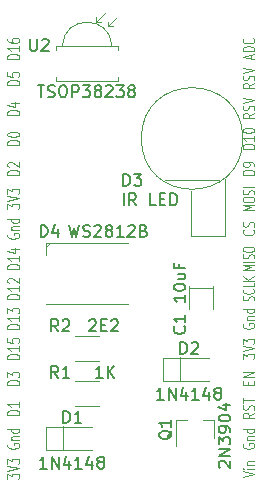
<source format=gto>
G04 #@! TF.FileFunction,Legend,Top*
%FSLAX46Y46*%
G04 Gerber Fmt 4.6, Leading zero omitted, Abs format (unit mm)*
G04 Created by KiCad (PCBNEW 4.0.7) date 03/30/18 23:46:17*
%MOMM*%
%LPD*%
G01*
G04 APERTURE LIST*
%ADD10C,0.100000*%
%ADD11C,0.120000*%
%ADD12C,0.150000*%
G04 APERTURE END LIST*
D10*
X151384000Y-115316000D02*
X155956000Y-115316000D01*
X153416000Y-124460000D02*
X155448000Y-124460000D01*
X152654000Y-130302000D02*
X152654000Y-132334000D01*
X142748000Y-136144000D02*
X142748000Y-138176000D01*
X141668500Y-120586500D02*
X141287500Y-120967500D01*
D11*
X141260000Y-136160000D02*
X141260000Y-138160000D01*
X141260000Y-138160000D02*
X145160000Y-138160000D01*
X141260000Y-136160000D02*
X145160000Y-136160000D01*
X151166000Y-130318000D02*
X151166000Y-132318000D01*
X151166000Y-132318000D02*
X155066000Y-132318000D01*
X151166000Y-130318000D02*
X155066000Y-130318000D01*
X156464000Y-120015000D02*
X156464000Y-115189000D01*
X153543000Y-120015000D02*
X156464000Y-120015000D01*
X153543000Y-116205000D02*
X153543000Y-120015000D01*
X157970000Y-111760000D02*
G75*
G03X157970000Y-111760000I-4300000J0D01*
G01*
X148280000Y-125790000D02*
X141280000Y-125790000D01*
X148280000Y-120590000D02*
X141280000Y-120590000D01*
X141280000Y-120590000D02*
X141280000Y-121590000D01*
X155504000Y-135638000D02*
X154574000Y-135638000D01*
X152344000Y-135638000D02*
X153274000Y-135638000D01*
X152344000Y-135638000D02*
X152344000Y-137798000D01*
X155504000Y-135638000D02*
X155504000Y-137098000D01*
X145780000Y-134420000D02*
X143780000Y-134420000D01*
X143780000Y-132280000D02*
X145780000Y-132280000D01*
X145780000Y-130610000D02*
X143780000Y-130610000D01*
X143780000Y-128470000D02*
X145780000Y-128470000D01*
X142180000Y-106570000D02*
X142180000Y-106910000D01*
X142180000Y-106910000D02*
X147380000Y-106910000D01*
X147380000Y-106910000D02*
X147380000Y-106570000D01*
X142180000Y-104250000D02*
X142180000Y-103910000D01*
X142180000Y-103910000D02*
X147380000Y-103910000D01*
X147380000Y-103910000D02*
X147380000Y-104250000D01*
X146550000Y-102260000D02*
X146950000Y-102260000D01*
X146550000Y-102260000D02*
X146550000Y-101860000D01*
X146550000Y-102260000D02*
X147350000Y-101460000D01*
X145550000Y-101860000D02*
X146350000Y-101060000D01*
X145550000Y-101860000D02*
X145550000Y-101460000D01*
X145550000Y-101860000D02*
X145950000Y-101860000D01*
X146879917Y-103908264D02*
G75*
G03X142680000Y-103910000I-2099917J-101736D01*
G01*
X155452000Y-126222000D02*
X155452000Y-124222000D01*
X153412000Y-124222000D02*
X153412000Y-126222000D01*
D12*
X142771905Y-135834381D02*
X142771905Y-134834381D01*
X143010000Y-134834381D01*
X143152858Y-134882000D01*
X143248096Y-134977238D01*
X143295715Y-135072476D01*
X143343334Y-135262952D01*
X143343334Y-135405810D01*
X143295715Y-135596286D01*
X143248096Y-135691524D01*
X143152858Y-135786762D01*
X143010000Y-135834381D01*
X142771905Y-135834381D01*
X144295715Y-135834381D02*
X143724286Y-135834381D01*
X144010000Y-135834381D02*
X144010000Y-134834381D01*
X143914762Y-134977238D01*
X143819524Y-135072476D01*
X143724286Y-135120095D01*
X141367143Y-139712381D02*
X140795714Y-139712381D01*
X141081428Y-139712381D02*
X141081428Y-138712381D01*
X140986190Y-138855238D01*
X140890952Y-138950476D01*
X140795714Y-138998095D01*
X141795714Y-139712381D02*
X141795714Y-138712381D01*
X142367143Y-139712381D01*
X142367143Y-138712381D01*
X143271905Y-139045714D02*
X143271905Y-139712381D01*
X143033809Y-138664762D02*
X142795714Y-139379048D01*
X143414762Y-139379048D01*
X144319524Y-139712381D02*
X143748095Y-139712381D01*
X144033809Y-139712381D02*
X144033809Y-138712381D01*
X143938571Y-138855238D01*
X143843333Y-138950476D01*
X143748095Y-138998095D01*
X145176667Y-139045714D02*
X145176667Y-139712381D01*
X144938571Y-138664762D02*
X144700476Y-139379048D01*
X145319524Y-139379048D01*
X145843333Y-139140952D02*
X145748095Y-139093333D01*
X145700476Y-139045714D01*
X145652857Y-138950476D01*
X145652857Y-138902857D01*
X145700476Y-138807619D01*
X145748095Y-138760000D01*
X145843333Y-138712381D01*
X146033810Y-138712381D01*
X146129048Y-138760000D01*
X146176667Y-138807619D01*
X146224286Y-138902857D01*
X146224286Y-138950476D01*
X146176667Y-139045714D01*
X146129048Y-139093333D01*
X146033810Y-139140952D01*
X145843333Y-139140952D01*
X145748095Y-139188571D01*
X145700476Y-139236190D01*
X145652857Y-139331429D01*
X145652857Y-139521905D01*
X145700476Y-139617143D01*
X145748095Y-139664762D01*
X145843333Y-139712381D01*
X146033810Y-139712381D01*
X146129048Y-139664762D01*
X146176667Y-139617143D01*
X146224286Y-139521905D01*
X146224286Y-139331429D01*
X146176667Y-139236190D01*
X146129048Y-139188571D01*
X146033810Y-139140952D01*
X152677905Y-129992381D02*
X152677905Y-128992381D01*
X152916000Y-128992381D01*
X153058858Y-129040000D01*
X153154096Y-129135238D01*
X153201715Y-129230476D01*
X153249334Y-129420952D01*
X153249334Y-129563810D01*
X153201715Y-129754286D01*
X153154096Y-129849524D01*
X153058858Y-129944762D01*
X152916000Y-129992381D01*
X152677905Y-129992381D01*
X153630286Y-129087619D02*
X153677905Y-129040000D01*
X153773143Y-128992381D01*
X154011239Y-128992381D01*
X154106477Y-129040000D01*
X154154096Y-129087619D01*
X154201715Y-129182857D01*
X154201715Y-129278095D01*
X154154096Y-129420952D01*
X153582667Y-129992381D01*
X154201715Y-129992381D01*
X151273143Y-133870381D02*
X150701714Y-133870381D01*
X150987428Y-133870381D02*
X150987428Y-132870381D01*
X150892190Y-133013238D01*
X150796952Y-133108476D01*
X150701714Y-133156095D01*
X151701714Y-133870381D02*
X151701714Y-132870381D01*
X152273143Y-133870381D01*
X152273143Y-132870381D01*
X153177905Y-133203714D02*
X153177905Y-133870381D01*
X152939809Y-132822762D02*
X152701714Y-133537048D01*
X153320762Y-133537048D01*
X154225524Y-133870381D02*
X153654095Y-133870381D01*
X153939809Y-133870381D02*
X153939809Y-132870381D01*
X153844571Y-133013238D01*
X153749333Y-133108476D01*
X153654095Y-133156095D01*
X155082667Y-133203714D02*
X155082667Y-133870381D01*
X154844571Y-132822762D02*
X154606476Y-133537048D01*
X155225524Y-133537048D01*
X155749333Y-133298952D02*
X155654095Y-133251333D01*
X155606476Y-133203714D01*
X155558857Y-133108476D01*
X155558857Y-133060857D01*
X155606476Y-132965619D01*
X155654095Y-132918000D01*
X155749333Y-132870381D01*
X155939810Y-132870381D01*
X156035048Y-132918000D01*
X156082667Y-132965619D01*
X156130286Y-133060857D01*
X156130286Y-133108476D01*
X156082667Y-133203714D01*
X156035048Y-133251333D01*
X155939810Y-133298952D01*
X155749333Y-133298952D01*
X155654095Y-133346571D01*
X155606476Y-133394190D01*
X155558857Y-133489429D01*
X155558857Y-133679905D01*
X155606476Y-133775143D01*
X155654095Y-133822762D01*
X155749333Y-133870381D01*
X155939810Y-133870381D01*
X156035048Y-133822762D01*
X156082667Y-133775143D01*
X156130286Y-133679905D01*
X156130286Y-133489429D01*
X156082667Y-133394190D01*
X156035048Y-133346571D01*
X155939810Y-133298952D01*
X147851905Y-115768381D02*
X147851905Y-114768381D01*
X148090000Y-114768381D01*
X148232858Y-114816000D01*
X148328096Y-114911238D01*
X148375715Y-115006476D01*
X148423334Y-115196952D01*
X148423334Y-115339810D01*
X148375715Y-115530286D01*
X148328096Y-115625524D01*
X148232858Y-115720762D01*
X148090000Y-115768381D01*
X147851905Y-115768381D01*
X148756667Y-114768381D02*
X149375715Y-114768381D01*
X149042381Y-115149333D01*
X149185239Y-115149333D01*
X149280477Y-115196952D01*
X149328096Y-115244571D01*
X149375715Y-115339810D01*
X149375715Y-115577905D01*
X149328096Y-115673143D01*
X149280477Y-115720762D01*
X149185239Y-115768381D01*
X148899524Y-115768381D01*
X148804286Y-115720762D01*
X148756667Y-115673143D01*
X147875905Y-117419381D02*
X147875905Y-116419381D01*
X148923524Y-117419381D02*
X148590190Y-116943190D01*
X148352095Y-117419381D02*
X148352095Y-116419381D01*
X148733048Y-116419381D01*
X148828286Y-116467000D01*
X148875905Y-116514619D01*
X148923524Y-116609857D01*
X148923524Y-116752714D01*
X148875905Y-116847952D01*
X148828286Y-116895571D01*
X148733048Y-116943190D01*
X148352095Y-116943190D01*
X150590191Y-117419381D02*
X150114000Y-117419381D01*
X150114000Y-116419381D01*
X150923524Y-116895571D02*
X151256858Y-116895571D01*
X151399715Y-117419381D02*
X150923524Y-117419381D01*
X150923524Y-116419381D01*
X151399715Y-116419381D01*
X151828286Y-117419381D02*
X151828286Y-116419381D01*
X152066381Y-116419381D01*
X152209239Y-116467000D01*
X152304477Y-116562238D01*
X152352096Y-116657476D01*
X152399715Y-116847952D01*
X152399715Y-116990810D01*
X152352096Y-117181286D01*
X152304477Y-117276524D01*
X152209239Y-117371762D01*
X152066381Y-117419381D01*
X151828286Y-117419381D01*
X140866905Y-120086381D02*
X140866905Y-119086381D01*
X141105000Y-119086381D01*
X141247858Y-119134000D01*
X141343096Y-119229238D01*
X141390715Y-119324476D01*
X141438334Y-119514952D01*
X141438334Y-119657810D01*
X141390715Y-119848286D01*
X141343096Y-119943524D01*
X141247858Y-120038762D01*
X141105000Y-120086381D01*
X140866905Y-120086381D01*
X142295477Y-119419714D02*
X142295477Y-120086381D01*
X142057381Y-119038762D02*
X141819286Y-119753048D01*
X142438334Y-119753048D01*
X143248476Y-119086381D02*
X143486571Y-120086381D01*
X143677048Y-119372095D01*
X143867524Y-120086381D01*
X144105619Y-119086381D01*
X144438952Y-120038762D02*
X144581809Y-120086381D01*
X144819905Y-120086381D01*
X144915143Y-120038762D01*
X144962762Y-119991143D01*
X145010381Y-119895905D01*
X145010381Y-119800667D01*
X144962762Y-119705429D01*
X144915143Y-119657810D01*
X144819905Y-119610190D01*
X144629428Y-119562571D01*
X144534190Y-119514952D01*
X144486571Y-119467333D01*
X144438952Y-119372095D01*
X144438952Y-119276857D01*
X144486571Y-119181619D01*
X144534190Y-119134000D01*
X144629428Y-119086381D01*
X144867524Y-119086381D01*
X145010381Y-119134000D01*
X145391333Y-119181619D02*
X145438952Y-119134000D01*
X145534190Y-119086381D01*
X145772286Y-119086381D01*
X145867524Y-119134000D01*
X145915143Y-119181619D01*
X145962762Y-119276857D01*
X145962762Y-119372095D01*
X145915143Y-119514952D01*
X145343714Y-120086381D01*
X145962762Y-120086381D01*
X146534190Y-119514952D02*
X146438952Y-119467333D01*
X146391333Y-119419714D01*
X146343714Y-119324476D01*
X146343714Y-119276857D01*
X146391333Y-119181619D01*
X146438952Y-119134000D01*
X146534190Y-119086381D01*
X146724667Y-119086381D01*
X146819905Y-119134000D01*
X146867524Y-119181619D01*
X146915143Y-119276857D01*
X146915143Y-119324476D01*
X146867524Y-119419714D01*
X146819905Y-119467333D01*
X146724667Y-119514952D01*
X146534190Y-119514952D01*
X146438952Y-119562571D01*
X146391333Y-119610190D01*
X146343714Y-119705429D01*
X146343714Y-119895905D01*
X146391333Y-119991143D01*
X146438952Y-120038762D01*
X146534190Y-120086381D01*
X146724667Y-120086381D01*
X146819905Y-120038762D01*
X146867524Y-119991143D01*
X146915143Y-119895905D01*
X146915143Y-119705429D01*
X146867524Y-119610190D01*
X146819905Y-119562571D01*
X146724667Y-119514952D01*
X147867524Y-120086381D02*
X147296095Y-120086381D01*
X147581809Y-120086381D02*
X147581809Y-119086381D01*
X147486571Y-119229238D01*
X147391333Y-119324476D01*
X147296095Y-119372095D01*
X148248476Y-119181619D02*
X148296095Y-119134000D01*
X148391333Y-119086381D01*
X148629429Y-119086381D01*
X148724667Y-119134000D01*
X148772286Y-119181619D01*
X148819905Y-119276857D01*
X148819905Y-119372095D01*
X148772286Y-119514952D01*
X148200857Y-120086381D01*
X148819905Y-120086381D01*
X149581810Y-119562571D02*
X149724667Y-119610190D01*
X149772286Y-119657810D01*
X149819905Y-119753048D01*
X149819905Y-119895905D01*
X149772286Y-119991143D01*
X149724667Y-120038762D01*
X149629429Y-120086381D01*
X149248476Y-120086381D01*
X149248476Y-119086381D01*
X149581810Y-119086381D01*
X149677048Y-119134000D01*
X149724667Y-119181619D01*
X149772286Y-119276857D01*
X149772286Y-119372095D01*
X149724667Y-119467333D01*
X149677048Y-119514952D01*
X149581810Y-119562571D01*
X149248476Y-119562571D01*
X151971619Y-136493238D02*
X151924000Y-136588476D01*
X151828762Y-136683714D01*
X151685905Y-136826571D01*
X151638286Y-136921810D01*
X151638286Y-137017048D01*
X151876381Y-136969429D02*
X151828762Y-137064667D01*
X151733524Y-137159905D01*
X151543048Y-137207524D01*
X151209714Y-137207524D01*
X151019238Y-137159905D01*
X150924000Y-137064667D01*
X150876381Y-136969429D01*
X150876381Y-136778952D01*
X150924000Y-136683714D01*
X151019238Y-136588476D01*
X151209714Y-136540857D01*
X151543048Y-136540857D01*
X151733524Y-136588476D01*
X151828762Y-136683714D01*
X151876381Y-136778952D01*
X151876381Y-136969429D01*
X151876381Y-135588476D02*
X151876381Y-136159905D01*
X151876381Y-135874191D02*
X150876381Y-135874191D01*
X151019238Y-135969429D01*
X151114476Y-136064667D01*
X151162095Y-136159905D01*
X156011619Y-139620286D02*
X155964000Y-139572667D01*
X155916381Y-139477429D01*
X155916381Y-139239333D01*
X155964000Y-139144095D01*
X156011619Y-139096476D01*
X156106857Y-139048857D01*
X156202095Y-139048857D01*
X156344952Y-139096476D01*
X156916381Y-139667905D01*
X156916381Y-139048857D01*
X156916381Y-138620286D02*
X155916381Y-138620286D01*
X156916381Y-138048857D01*
X155916381Y-138048857D01*
X155916381Y-137667905D02*
X155916381Y-137048857D01*
X156297333Y-137382191D01*
X156297333Y-137239333D01*
X156344952Y-137144095D01*
X156392571Y-137096476D01*
X156487810Y-137048857D01*
X156725905Y-137048857D01*
X156821143Y-137096476D01*
X156868762Y-137144095D01*
X156916381Y-137239333D01*
X156916381Y-137525048D01*
X156868762Y-137620286D01*
X156821143Y-137667905D01*
X156916381Y-136572667D02*
X156916381Y-136382191D01*
X156868762Y-136286952D01*
X156821143Y-136239333D01*
X156678286Y-136144095D01*
X156487810Y-136096476D01*
X156106857Y-136096476D01*
X156011619Y-136144095D01*
X155964000Y-136191714D01*
X155916381Y-136286952D01*
X155916381Y-136477429D01*
X155964000Y-136572667D01*
X156011619Y-136620286D01*
X156106857Y-136667905D01*
X156344952Y-136667905D01*
X156440190Y-136620286D01*
X156487810Y-136572667D01*
X156535429Y-136477429D01*
X156535429Y-136286952D01*
X156487810Y-136191714D01*
X156440190Y-136144095D01*
X156344952Y-136096476D01*
X155916381Y-135477429D02*
X155916381Y-135382190D01*
X155964000Y-135286952D01*
X156011619Y-135239333D01*
X156106857Y-135191714D01*
X156297333Y-135144095D01*
X156535429Y-135144095D01*
X156725905Y-135191714D01*
X156821143Y-135239333D01*
X156868762Y-135286952D01*
X156916381Y-135382190D01*
X156916381Y-135477429D01*
X156868762Y-135572667D01*
X156821143Y-135620286D01*
X156725905Y-135667905D01*
X156535429Y-135715524D01*
X156297333Y-135715524D01*
X156106857Y-135667905D01*
X156011619Y-135620286D01*
X155964000Y-135572667D01*
X155916381Y-135477429D01*
X156249714Y-134286952D02*
X156916381Y-134286952D01*
X155868762Y-134525048D02*
X156583048Y-134763143D01*
X156583048Y-134144095D01*
X142327334Y-132024381D02*
X141994000Y-131548190D01*
X141755905Y-132024381D02*
X141755905Y-131024381D01*
X142136858Y-131024381D01*
X142232096Y-131072000D01*
X142279715Y-131119619D01*
X142327334Y-131214857D01*
X142327334Y-131357714D01*
X142279715Y-131452952D01*
X142232096Y-131500571D01*
X142136858Y-131548190D01*
X141755905Y-131548190D01*
X143279715Y-132024381D02*
X142708286Y-132024381D01*
X142994000Y-132024381D02*
X142994000Y-131024381D01*
X142898762Y-131167238D01*
X142803524Y-131262476D01*
X142708286Y-131310095D01*
X146089715Y-132024381D02*
X145518286Y-132024381D01*
X145804000Y-132024381D02*
X145804000Y-131024381D01*
X145708762Y-131167238D01*
X145613524Y-131262476D01*
X145518286Y-131310095D01*
X146518286Y-132024381D02*
X146518286Y-131024381D01*
X147089715Y-132024381D02*
X146661143Y-131452952D01*
X147089715Y-131024381D02*
X146518286Y-131595810D01*
X142327334Y-128087381D02*
X141994000Y-127611190D01*
X141755905Y-128087381D02*
X141755905Y-127087381D01*
X142136858Y-127087381D01*
X142232096Y-127135000D01*
X142279715Y-127182619D01*
X142327334Y-127277857D01*
X142327334Y-127420714D01*
X142279715Y-127515952D01*
X142232096Y-127563571D01*
X142136858Y-127611190D01*
X141755905Y-127611190D01*
X142708286Y-127182619D02*
X142755905Y-127135000D01*
X142851143Y-127087381D01*
X143089239Y-127087381D01*
X143184477Y-127135000D01*
X143232096Y-127182619D01*
X143279715Y-127277857D01*
X143279715Y-127373095D01*
X143232096Y-127515952D01*
X142660667Y-128087381D01*
X143279715Y-128087381D01*
X144962714Y-127182619D02*
X145010333Y-127135000D01*
X145105571Y-127087381D01*
X145343667Y-127087381D01*
X145438905Y-127135000D01*
X145486524Y-127182619D01*
X145534143Y-127277857D01*
X145534143Y-127373095D01*
X145486524Y-127515952D01*
X144915095Y-128087381D01*
X145534143Y-128087381D01*
X145962714Y-127563571D02*
X146296048Y-127563571D01*
X146438905Y-128087381D02*
X145962714Y-128087381D01*
X145962714Y-127087381D01*
X146438905Y-127087381D01*
X146819857Y-127182619D02*
X146867476Y-127135000D01*
X146962714Y-127087381D01*
X147200810Y-127087381D01*
X147296048Y-127135000D01*
X147343667Y-127182619D01*
X147391286Y-127277857D01*
X147391286Y-127373095D01*
X147343667Y-127515952D01*
X146772238Y-128087381D01*
X147391286Y-128087381D01*
D10*
X157952381Y-140416666D02*
X158952381Y-140183333D01*
X157952381Y-139950000D01*
X158952381Y-139716666D02*
X158285714Y-139716666D01*
X157952381Y-139716666D02*
X158000000Y-139750000D01*
X158047619Y-139716666D01*
X158000000Y-139683333D01*
X157952381Y-139716666D01*
X158047619Y-139716666D01*
X158285714Y-139383333D02*
X158952381Y-139383333D01*
X158380952Y-139383333D02*
X158333333Y-139350000D01*
X158285714Y-139283333D01*
X158285714Y-139183333D01*
X158333333Y-139116667D01*
X158428571Y-139083333D01*
X158952381Y-139083333D01*
X158000000Y-137610000D02*
X157952381Y-137676666D01*
X157952381Y-137776666D01*
X158000000Y-137876666D01*
X158095238Y-137943333D01*
X158190476Y-137976666D01*
X158380952Y-138010000D01*
X158523810Y-138010000D01*
X158714286Y-137976666D01*
X158809524Y-137943333D01*
X158904762Y-137876666D01*
X158952381Y-137776666D01*
X158952381Y-137710000D01*
X158904762Y-137610000D01*
X158857143Y-137576666D01*
X158523810Y-137576666D01*
X158523810Y-137710000D01*
X158285714Y-137276666D02*
X158952381Y-137276666D01*
X158380952Y-137276666D02*
X158333333Y-137243333D01*
X158285714Y-137176666D01*
X158285714Y-137076666D01*
X158333333Y-137010000D01*
X158428571Y-136976666D01*
X158952381Y-136976666D01*
X158952381Y-136343333D02*
X157952381Y-136343333D01*
X158904762Y-136343333D02*
X158952381Y-136410000D01*
X158952381Y-136543333D01*
X158904762Y-136610000D01*
X158857143Y-136643333D01*
X158761905Y-136676667D01*
X158476190Y-136676667D01*
X158380952Y-136643333D01*
X158333333Y-136610000D01*
X158285714Y-136543333D01*
X158285714Y-136410000D01*
X158333333Y-136343333D01*
X158952381Y-135003333D02*
X158476190Y-135236667D01*
X158952381Y-135403333D02*
X157952381Y-135403333D01*
X157952381Y-135136667D01*
X158000000Y-135070000D01*
X158047619Y-135036667D01*
X158142857Y-135003333D01*
X158285714Y-135003333D01*
X158380952Y-135036667D01*
X158428571Y-135070000D01*
X158476190Y-135136667D01*
X158476190Y-135403333D01*
X158904762Y-134736667D02*
X158952381Y-134636667D01*
X158952381Y-134470000D01*
X158904762Y-134403333D01*
X158857143Y-134370000D01*
X158761905Y-134336667D01*
X158666667Y-134336667D01*
X158571429Y-134370000D01*
X158523810Y-134403333D01*
X158476190Y-134470000D01*
X158428571Y-134603333D01*
X158380952Y-134670000D01*
X158333333Y-134703333D01*
X158238095Y-134736667D01*
X158142857Y-134736667D01*
X158047619Y-134703333D01*
X158000000Y-134670000D01*
X157952381Y-134603333D01*
X157952381Y-134436667D01*
X158000000Y-134336667D01*
X157952381Y-134136666D02*
X157952381Y-133736666D01*
X158952381Y-133936666D02*
X157952381Y-133936666D01*
X158428571Y-132596666D02*
X158428571Y-132363333D01*
X158952381Y-132263333D02*
X158952381Y-132596666D01*
X157952381Y-132596666D01*
X157952381Y-132263333D01*
X158952381Y-131963333D02*
X157952381Y-131963333D01*
X158952381Y-131563333D01*
X157952381Y-131563333D01*
X157952381Y-130406667D02*
X157952381Y-129973334D01*
X158333333Y-130206667D01*
X158333333Y-130106667D01*
X158380952Y-130040000D01*
X158428571Y-130006667D01*
X158523810Y-129973334D01*
X158761905Y-129973334D01*
X158857143Y-130006667D01*
X158904762Y-130040000D01*
X158952381Y-130106667D01*
X158952381Y-130306667D01*
X158904762Y-130373334D01*
X158857143Y-130406667D01*
X157952381Y-129773333D02*
X158952381Y-129540000D01*
X157952381Y-129306667D01*
X157952381Y-129140000D02*
X157952381Y-128706667D01*
X158333333Y-128940000D01*
X158333333Y-128840000D01*
X158380952Y-128773333D01*
X158428571Y-128740000D01*
X158523810Y-128706667D01*
X158761905Y-128706667D01*
X158857143Y-128740000D01*
X158904762Y-128773333D01*
X158952381Y-128840000D01*
X158952381Y-129040000D01*
X158904762Y-129106667D01*
X158857143Y-129140000D01*
X158000000Y-127450000D02*
X157952381Y-127516666D01*
X157952381Y-127616666D01*
X158000000Y-127716666D01*
X158095238Y-127783333D01*
X158190476Y-127816666D01*
X158380952Y-127850000D01*
X158523810Y-127850000D01*
X158714286Y-127816666D01*
X158809524Y-127783333D01*
X158904762Y-127716666D01*
X158952381Y-127616666D01*
X158952381Y-127550000D01*
X158904762Y-127450000D01*
X158857143Y-127416666D01*
X158523810Y-127416666D01*
X158523810Y-127550000D01*
X158285714Y-127116666D02*
X158952381Y-127116666D01*
X158380952Y-127116666D02*
X158333333Y-127083333D01*
X158285714Y-127016666D01*
X158285714Y-126916666D01*
X158333333Y-126850000D01*
X158428571Y-126816666D01*
X158952381Y-126816666D01*
X158952381Y-126183333D02*
X157952381Y-126183333D01*
X158904762Y-126183333D02*
X158952381Y-126250000D01*
X158952381Y-126383333D01*
X158904762Y-126450000D01*
X158857143Y-126483333D01*
X158761905Y-126516667D01*
X158476190Y-126516667D01*
X158380952Y-126483333D01*
X158333333Y-126450000D01*
X158285714Y-126383333D01*
X158285714Y-126250000D01*
X158333333Y-126183333D01*
X158904762Y-125474285D02*
X158952381Y-125388571D01*
X158952381Y-125245714D01*
X158904762Y-125188571D01*
X158857143Y-125160000D01*
X158761905Y-125131428D01*
X158666667Y-125131428D01*
X158571429Y-125160000D01*
X158523810Y-125188571D01*
X158476190Y-125245714D01*
X158428571Y-125360000D01*
X158380952Y-125417142D01*
X158333333Y-125445714D01*
X158238095Y-125474285D01*
X158142857Y-125474285D01*
X158047619Y-125445714D01*
X158000000Y-125417142D01*
X157952381Y-125360000D01*
X157952381Y-125217142D01*
X158000000Y-125131428D01*
X158857143Y-124531428D02*
X158904762Y-124559999D01*
X158952381Y-124645713D01*
X158952381Y-124702856D01*
X158904762Y-124788571D01*
X158809524Y-124845713D01*
X158714286Y-124874285D01*
X158523810Y-124902856D01*
X158380952Y-124902856D01*
X158190476Y-124874285D01*
X158095238Y-124845713D01*
X158000000Y-124788571D01*
X157952381Y-124702856D01*
X157952381Y-124645713D01*
X158000000Y-124559999D01*
X158047619Y-124531428D01*
X158952381Y-123988571D02*
X158952381Y-124274285D01*
X157952381Y-124274285D01*
X158952381Y-123788571D02*
X157952381Y-123788571D01*
X158952381Y-123445714D02*
X158380952Y-123702857D01*
X157952381Y-123445714D02*
X158523810Y-123788571D01*
X158952381Y-122862857D02*
X157952381Y-122862857D01*
X158666667Y-122662857D01*
X157952381Y-122462857D01*
X158952381Y-122462857D01*
X158952381Y-122177143D02*
X157952381Y-122177143D01*
X158904762Y-121920000D02*
X158952381Y-121834286D01*
X158952381Y-121691429D01*
X158904762Y-121634286D01*
X158857143Y-121605715D01*
X158761905Y-121577143D01*
X158666667Y-121577143D01*
X158571429Y-121605715D01*
X158523810Y-121634286D01*
X158476190Y-121691429D01*
X158428571Y-121805715D01*
X158380952Y-121862857D01*
X158333333Y-121891429D01*
X158238095Y-121920000D01*
X158142857Y-121920000D01*
X158047619Y-121891429D01*
X158000000Y-121862857D01*
X157952381Y-121805715D01*
X157952381Y-121662857D01*
X158000000Y-121577143D01*
X157952381Y-121205714D02*
X157952381Y-121091428D01*
X158000000Y-121034286D01*
X158095238Y-120977143D01*
X158285714Y-120948571D01*
X158619048Y-120948571D01*
X158809524Y-120977143D01*
X158904762Y-121034286D01*
X158952381Y-121091428D01*
X158952381Y-121205714D01*
X158904762Y-121262857D01*
X158809524Y-121320000D01*
X158619048Y-121348571D01*
X158285714Y-121348571D01*
X158095238Y-121320000D01*
X158000000Y-121262857D01*
X157952381Y-121205714D01*
X158857143Y-119496666D02*
X158904762Y-119530000D01*
X158952381Y-119630000D01*
X158952381Y-119696666D01*
X158904762Y-119796666D01*
X158809524Y-119863333D01*
X158714286Y-119896666D01*
X158523810Y-119930000D01*
X158380952Y-119930000D01*
X158190476Y-119896666D01*
X158095238Y-119863333D01*
X158000000Y-119796666D01*
X157952381Y-119696666D01*
X157952381Y-119630000D01*
X158000000Y-119530000D01*
X158047619Y-119496666D01*
X158904762Y-119230000D02*
X158952381Y-119130000D01*
X158952381Y-118963333D01*
X158904762Y-118896666D01*
X158857143Y-118863333D01*
X158761905Y-118830000D01*
X158666667Y-118830000D01*
X158571429Y-118863333D01*
X158523810Y-118896666D01*
X158476190Y-118963333D01*
X158428571Y-119096666D01*
X158380952Y-119163333D01*
X158333333Y-119196666D01*
X158238095Y-119230000D01*
X158142857Y-119230000D01*
X158047619Y-119196666D01*
X158000000Y-119163333D01*
X157952381Y-119096666D01*
X157952381Y-118930000D01*
X158000000Y-118830000D01*
X158952381Y-117782857D02*
X157952381Y-117782857D01*
X158666667Y-117582857D01*
X157952381Y-117382857D01*
X158952381Y-117382857D01*
X157952381Y-116982857D02*
X157952381Y-116868571D01*
X158000000Y-116811429D01*
X158095238Y-116754286D01*
X158285714Y-116725714D01*
X158619048Y-116725714D01*
X158809524Y-116754286D01*
X158904762Y-116811429D01*
X158952381Y-116868571D01*
X158952381Y-116982857D01*
X158904762Y-117040000D01*
X158809524Y-117097143D01*
X158619048Y-117125714D01*
X158285714Y-117125714D01*
X158095238Y-117097143D01*
X158000000Y-117040000D01*
X157952381Y-116982857D01*
X158904762Y-116497143D02*
X158952381Y-116411429D01*
X158952381Y-116268572D01*
X158904762Y-116211429D01*
X158857143Y-116182858D01*
X158761905Y-116154286D01*
X158666667Y-116154286D01*
X158571429Y-116182858D01*
X158523810Y-116211429D01*
X158476190Y-116268572D01*
X158428571Y-116382858D01*
X158380952Y-116440000D01*
X158333333Y-116468572D01*
X158238095Y-116497143D01*
X158142857Y-116497143D01*
X158047619Y-116468572D01*
X158000000Y-116440000D01*
X157952381Y-116382858D01*
X157952381Y-116240000D01*
X158000000Y-116154286D01*
X158952381Y-115897143D02*
X157952381Y-115897143D01*
X158952381Y-114816666D02*
X157952381Y-114816666D01*
X157952381Y-114650000D01*
X158000000Y-114550000D01*
X158095238Y-114483333D01*
X158190476Y-114450000D01*
X158380952Y-114416666D01*
X158523810Y-114416666D01*
X158714286Y-114450000D01*
X158809524Y-114483333D01*
X158904762Y-114550000D01*
X158952381Y-114650000D01*
X158952381Y-114816666D01*
X158952381Y-114083333D02*
X158952381Y-113950000D01*
X158904762Y-113883333D01*
X158857143Y-113850000D01*
X158714286Y-113783333D01*
X158523810Y-113750000D01*
X158142857Y-113750000D01*
X158047619Y-113783333D01*
X158000000Y-113816666D01*
X157952381Y-113883333D01*
X157952381Y-114016666D01*
X158000000Y-114083333D01*
X158047619Y-114116666D01*
X158142857Y-114150000D01*
X158380952Y-114150000D01*
X158476190Y-114116666D01*
X158523810Y-114083333D01*
X158571429Y-114016666D01*
X158571429Y-113883333D01*
X158523810Y-113816666D01*
X158476190Y-113783333D01*
X158380952Y-113750000D01*
X158952381Y-112610000D02*
X157952381Y-112610000D01*
X157952381Y-112443334D01*
X158000000Y-112343334D01*
X158095238Y-112276667D01*
X158190476Y-112243334D01*
X158380952Y-112210000D01*
X158523810Y-112210000D01*
X158714286Y-112243334D01*
X158809524Y-112276667D01*
X158904762Y-112343334D01*
X158952381Y-112443334D01*
X158952381Y-112610000D01*
X158952381Y-111543334D02*
X158952381Y-111943334D01*
X158952381Y-111743334D02*
X157952381Y-111743334D01*
X158095238Y-111810000D01*
X158190476Y-111876667D01*
X158238095Y-111943334D01*
X157952381Y-111110000D02*
X157952381Y-111043333D01*
X158000000Y-110976667D01*
X158047619Y-110943333D01*
X158142857Y-110910000D01*
X158333333Y-110876667D01*
X158571429Y-110876667D01*
X158761905Y-110910000D01*
X158857143Y-110943333D01*
X158904762Y-110976667D01*
X158952381Y-111043333D01*
X158952381Y-111110000D01*
X158904762Y-111176667D01*
X158857143Y-111210000D01*
X158761905Y-111243333D01*
X158571429Y-111276667D01*
X158333333Y-111276667D01*
X158142857Y-111243333D01*
X158047619Y-111210000D01*
X158000000Y-111176667D01*
X157952381Y-111110000D01*
X158952381Y-109636666D02*
X158476190Y-109870000D01*
X158952381Y-110036666D02*
X157952381Y-110036666D01*
X157952381Y-109770000D01*
X158000000Y-109703333D01*
X158047619Y-109670000D01*
X158142857Y-109636666D01*
X158285714Y-109636666D01*
X158380952Y-109670000D01*
X158428571Y-109703333D01*
X158476190Y-109770000D01*
X158476190Y-110036666D01*
X158904762Y-109370000D02*
X158952381Y-109270000D01*
X158952381Y-109103333D01*
X158904762Y-109036666D01*
X158857143Y-109003333D01*
X158761905Y-108970000D01*
X158666667Y-108970000D01*
X158571429Y-109003333D01*
X158523810Y-109036666D01*
X158476190Y-109103333D01*
X158428571Y-109236666D01*
X158380952Y-109303333D01*
X158333333Y-109336666D01*
X158238095Y-109370000D01*
X158142857Y-109370000D01*
X158047619Y-109336666D01*
X158000000Y-109303333D01*
X157952381Y-109236666D01*
X157952381Y-109070000D01*
X158000000Y-108970000D01*
X157952381Y-108769999D02*
X158952381Y-108536666D01*
X157952381Y-108303333D01*
X158952381Y-107096666D02*
X158476190Y-107330000D01*
X158952381Y-107496666D02*
X157952381Y-107496666D01*
X157952381Y-107230000D01*
X158000000Y-107163333D01*
X158047619Y-107130000D01*
X158142857Y-107096666D01*
X158285714Y-107096666D01*
X158380952Y-107130000D01*
X158428571Y-107163333D01*
X158476190Y-107230000D01*
X158476190Y-107496666D01*
X158904762Y-106830000D02*
X158952381Y-106730000D01*
X158952381Y-106563333D01*
X158904762Y-106496666D01*
X158857143Y-106463333D01*
X158761905Y-106430000D01*
X158666667Y-106430000D01*
X158571429Y-106463333D01*
X158523810Y-106496666D01*
X158476190Y-106563333D01*
X158428571Y-106696666D01*
X158380952Y-106763333D01*
X158333333Y-106796666D01*
X158238095Y-106830000D01*
X158142857Y-106830000D01*
X158047619Y-106796666D01*
X158000000Y-106763333D01*
X157952381Y-106696666D01*
X157952381Y-106530000D01*
X158000000Y-106430000D01*
X157952381Y-106229999D02*
X158952381Y-105996666D01*
X157952381Y-105763333D01*
X158666667Y-105006667D02*
X158666667Y-104673333D01*
X158952381Y-105073333D02*
X157952381Y-104840000D01*
X158952381Y-104606667D01*
X158952381Y-104373333D02*
X157952381Y-104373333D01*
X157952381Y-104206667D01*
X158000000Y-104106667D01*
X158095238Y-104040000D01*
X158190476Y-104006667D01*
X158380952Y-103973333D01*
X158523810Y-103973333D01*
X158714286Y-104006667D01*
X158809524Y-104040000D01*
X158904762Y-104106667D01*
X158952381Y-104206667D01*
X158952381Y-104373333D01*
X158857143Y-103273333D02*
X158904762Y-103306667D01*
X158952381Y-103406667D01*
X158952381Y-103473333D01*
X158904762Y-103573333D01*
X158809524Y-103640000D01*
X158714286Y-103673333D01*
X158523810Y-103706667D01*
X158380952Y-103706667D01*
X158190476Y-103673333D01*
X158095238Y-103640000D01*
X158000000Y-103573333D01*
X157952381Y-103473333D01*
X157952381Y-103406667D01*
X158000000Y-103306667D01*
X158047619Y-103273333D01*
X139032381Y-104990000D02*
X138032381Y-104990000D01*
X138032381Y-104823334D01*
X138080000Y-104723334D01*
X138175238Y-104656667D01*
X138270476Y-104623334D01*
X138460952Y-104590000D01*
X138603810Y-104590000D01*
X138794286Y-104623334D01*
X138889524Y-104656667D01*
X138984762Y-104723334D01*
X139032381Y-104823334D01*
X139032381Y-104990000D01*
X139032381Y-103923334D02*
X139032381Y-104323334D01*
X139032381Y-104123334D02*
X138032381Y-104123334D01*
X138175238Y-104190000D01*
X138270476Y-104256667D01*
X138318095Y-104323334D01*
X138032381Y-103323333D02*
X138032381Y-103456667D01*
X138080000Y-103523333D01*
X138127619Y-103556667D01*
X138270476Y-103623333D01*
X138460952Y-103656667D01*
X138841905Y-103656667D01*
X138937143Y-103623333D01*
X138984762Y-103590000D01*
X139032381Y-103523333D01*
X139032381Y-103390000D01*
X138984762Y-103323333D01*
X138937143Y-103290000D01*
X138841905Y-103256667D01*
X138603810Y-103256667D01*
X138508571Y-103290000D01*
X138460952Y-103323333D01*
X138413333Y-103390000D01*
X138413333Y-103523333D01*
X138460952Y-103590000D01*
X138508571Y-103623333D01*
X138603810Y-103656667D01*
X139032381Y-107196666D02*
X138032381Y-107196666D01*
X138032381Y-107030000D01*
X138080000Y-106930000D01*
X138175238Y-106863333D01*
X138270476Y-106830000D01*
X138460952Y-106796666D01*
X138603810Y-106796666D01*
X138794286Y-106830000D01*
X138889524Y-106863333D01*
X138984762Y-106930000D01*
X139032381Y-107030000D01*
X139032381Y-107196666D01*
X138032381Y-106163333D02*
X138032381Y-106496666D01*
X138508571Y-106530000D01*
X138460952Y-106496666D01*
X138413333Y-106430000D01*
X138413333Y-106263333D01*
X138460952Y-106196666D01*
X138508571Y-106163333D01*
X138603810Y-106130000D01*
X138841905Y-106130000D01*
X138937143Y-106163333D01*
X138984762Y-106196666D01*
X139032381Y-106263333D01*
X139032381Y-106430000D01*
X138984762Y-106496666D01*
X138937143Y-106530000D01*
X139032381Y-109736666D02*
X138032381Y-109736666D01*
X138032381Y-109570000D01*
X138080000Y-109470000D01*
X138175238Y-109403333D01*
X138270476Y-109370000D01*
X138460952Y-109336666D01*
X138603810Y-109336666D01*
X138794286Y-109370000D01*
X138889524Y-109403333D01*
X138984762Y-109470000D01*
X139032381Y-109570000D01*
X139032381Y-109736666D01*
X138365714Y-108736666D02*
X139032381Y-108736666D01*
X137984762Y-108903333D02*
X138699048Y-109070000D01*
X138699048Y-108636666D01*
X139032381Y-112276666D02*
X138032381Y-112276666D01*
X138032381Y-112110000D01*
X138080000Y-112010000D01*
X138175238Y-111943333D01*
X138270476Y-111910000D01*
X138460952Y-111876666D01*
X138603810Y-111876666D01*
X138794286Y-111910000D01*
X138889524Y-111943333D01*
X138984762Y-112010000D01*
X139032381Y-112110000D01*
X139032381Y-112276666D01*
X138032381Y-111443333D02*
X138032381Y-111376666D01*
X138080000Y-111310000D01*
X138127619Y-111276666D01*
X138222857Y-111243333D01*
X138413333Y-111210000D01*
X138651429Y-111210000D01*
X138841905Y-111243333D01*
X138937143Y-111276666D01*
X138984762Y-111310000D01*
X139032381Y-111376666D01*
X139032381Y-111443333D01*
X138984762Y-111510000D01*
X138937143Y-111543333D01*
X138841905Y-111576666D01*
X138651429Y-111610000D01*
X138413333Y-111610000D01*
X138222857Y-111576666D01*
X138127619Y-111543333D01*
X138080000Y-111510000D01*
X138032381Y-111443333D01*
X139032381Y-114816666D02*
X138032381Y-114816666D01*
X138032381Y-114650000D01*
X138080000Y-114550000D01*
X138175238Y-114483333D01*
X138270476Y-114450000D01*
X138460952Y-114416666D01*
X138603810Y-114416666D01*
X138794286Y-114450000D01*
X138889524Y-114483333D01*
X138984762Y-114550000D01*
X139032381Y-114650000D01*
X139032381Y-114816666D01*
X138127619Y-114150000D02*
X138080000Y-114116666D01*
X138032381Y-114050000D01*
X138032381Y-113883333D01*
X138080000Y-113816666D01*
X138127619Y-113783333D01*
X138222857Y-113750000D01*
X138318095Y-113750000D01*
X138460952Y-113783333D01*
X139032381Y-114183333D01*
X139032381Y-113750000D01*
X138032381Y-117706667D02*
X138032381Y-117273334D01*
X138413333Y-117506667D01*
X138413333Y-117406667D01*
X138460952Y-117340000D01*
X138508571Y-117306667D01*
X138603810Y-117273334D01*
X138841905Y-117273334D01*
X138937143Y-117306667D01*
X138984762Y-117340000D01*
X139032381Y-117406667D01*
X139032381Y-117606667D01*
X138984762Y-117673334D01*
X138937143Y-117706667D01*
X138032381Y-117073333D02*
X139032381Y-116840000D01*
X138032381Y-116606667D01*
X138032381Y-116440000D02*
X138032381Y-116006667D01*
X138413333Y-116240000D01*
X138413333Y-116140000D01*
X138460952Y-116073333D01*
X138508571Y-116040000D01*
X138603810Y-116006667D01*
X138841905Y-116006667D01*
X138937143Y-116040000D01*
X138984762Y-116073333D01*
X139032381Y-116140000D01*
X139032381Y-116340000D01*
X138984762Y-116406667D01*
X138937143Y-116440000D01*
X138080000Y-119830000D02*
X138032381Y-119896666D01*
X138032381Y-119996666D01*
X138080000Y-120096666D01*
X138175238Y-120163333D01*
X138270476Y-120196666D01*
X138460952Y-120230000D01*
X138603810Y-120230000D01*
X138794286Y-120196666D01*
X138889524Y-120163333D01*
X138984762Y-120096666D01*
X139032381Y-119996666D01*
X139032381Y-119930000D01*
X138984762Y-119830000D01*
X138937143Y-119796666D01*
X138603810Y-119796666D01*
X138603810Y-119930000D01*
X138365714Y-119496666D02*
X139032381Y-119496666D01*
X138460952Y-119496666D02*
X138413333Y-119463333D01*
X138365714Y-119396666D01*
X138365714Y-119296666D01*
X138413333Y-119230000D01*
X138508571Y-119196666D01*
X139032381Y-119196666D01*
X139032381Y-118563333D02*
X138032381Y-118563333D01*
X138984762Y-118563333D02*
X139032381Y-118630000D01*
X139032381Y-118763333D01*
X138984762Y-118830000D01*
X138937143Y-118863333D01*
X138841905Y-118896667D01*
X138556190Y-118896667D01*
X138460952Y-118863333D01*
X138413333Y-118830000D01*
X138365714Y-118763333D01*
X138365714Y-118630000D01*
X138413333Y-118563333D01*
X139032381Y-122770000D02*
X138032381Y-122770000D01*
X138032381Y-122603334D01*
X138080000Y-122503334D01*
X138175238Y-122436667D01*
X138270476Y-122403334D01*
X138460952Y-122370000D01*
X138603810Y-122370000D01*
X138794286Y-122403334D01*
X138889524Y-122436667D01*
X138984762Y-122503334D01*
X139032381Y-122603334D01*
X139032381Y-122770000D01*
X139032381Y-121703334D02*
X139032381Y-122103334D01*
X139032381Y-121903334D02*
X138032381Y-121903334D01*
X138175238Y-121970000D01*
X138270476Y-122036667D01*
X138318095Y-122103334D01*
X138365714Y-121103333D02*
X139032381Y-121103333D01*
X137984762Y-121270000D02*
X138699048Y-121436667D01*
X138699048Y-121003333D01*
X139032381Y-125310000D02*
X138032381Y-125310000D01*
X138032381Y-125143334D01*
X138080000Y-125043334D01*
X138175238Y-124976667D01*
X138270476Y-124943334D01*
X138460952Y-124910000D01*
X138603810Y-124910000D01*
X138794286Y-124943334D01*
X138889524Y-124976667D01*
X138984762Y-125043334D01*
X139032381Y-125143334D01*
X139032381Y-125310000D01*
X139032381Y-124243334D02*
X139032381Y-124643334D01*
X139032381Y-124443334D02*
X138032381Y-124443334D01*
X138175238Y-124510000D01*
X138270476Y-124576667D01*
X138318095Y-124643334D01*
X138127619Y-123976667D02*
X138080000Y-123943333D01*
X138032381Y-123876667D01*
X138032381Y-123710000D01*
X138080000Y-123643333D01*
X138127619Y-123610000D01*
X138222857Y-123576667D01*
X138318095Y-123576667D01*
X138460952Y-123610000D01*
X139032381Y-124010000D01*
X139032381Y-123576667D01*
X139032381Y-127850000D02*
X138032381Y-127850000D01*
X138032381Y-127683334D01*
X138080000Y-127583334D01*
X138175238Y-127516667D01*
X138270476Y-127483334D01*
X138460952Y-127450000D01*
X138603810Y-127450000D01*
X138794286Y-127483334D01*
X138889524Y-127516667D01*
X138984762Y-127583334D01*
X139032381Y-127683334D01*
X139032381Y-127850000D01*
X139032381Y-126783334D02*
X139032381Y-127183334D01*
X139032381Y-126983334D02*
X138032381Y-126983334D01*
X138175238Y-127050000D01*
X138270476Y-127116667D01*
X138318095Y-127183334D01*
X138032381Y-126550000D02*
X138032381Y-126116667D01*
X138413333Y-126350000D01*
X138413333Y-126250000D01*
X138460952Y-126183333D01*
X138508571Y-126150000D01*
X138603810Y-126116667D01*
X138841905Y-126116667D01*
X138937143Y-126150000D01*
X138984762Y-126183333D01*
X139032381Y-126250000D01*
X139032381Y-126450000D01*
X138984762Y-126516667D01*
X138937143Y-126550000D01*
X139032381Y-130390000D02*
X138032381Y-130390000D01*
X138032381Y-130223334D01*
X138080000Y-130123334D01*
X138175238Y-130056667D01*
X138270476Y-130023334D01*
X138460952Y-129990000D01*
X138603810Y-129990000D01*
X138794286Y-130023334D01*
X138889524Y-130056667D01*
X138984762Y-130123334D01*
X139032381Y-130223334D01*
X139032381Y-130390000D01*
X139032381Y-129323334D02*
X139032381Y-129723334D01*
X139032381Y-129523334D02*
X138032381Y-129523334D01*
X138175238Y-129590000D01*
X138270476Y-129656667D01*
X138318095Y-129723334D01*
X138032381Y-128690000D02*
X138032381Y-129023333D01*
X138508571Y-129056667D01*
X138460952Y-129023333D01*
X138413333Y-128956667D01*
X138413333Y-128790000D01*
X138460952Y-128723333D01*
X138508571Y-128690000D01*
X138603810Y-128656667D01*
X138841905Y-128656667D01*
X138937143Y-128690000D01*
X138984762Y-128723333D01*
X139032381Y-128790000D01*
X139032381Y-128956667D01*
X138984762Y-129023333D01*
X138937143Y-129056667D01*
X139032381Y-132596666D02*
X138032381Y-132596666D01*
X138032381Y-132430000D01*
X138080000Y-132330000D01*
X138175238Y-132263333D01*
X138270476Y-132230000D01*
X138460952Y-132196666D01*
X138603810Y-132196666D01*
X138794286Y-132230000D01*
X138889524Y-132263333D01*
X138984762Y-132330000D01*
X139032381Y-132430000D01*
X139032381Y-132596666D01*
X138032381Y-131963333D02*
X138032381Y-131530000D01*
X138413333Y-131763333D01*
X138413333Y-131663333D01*
X138460952Y-131596666D01*
X138508571Y-131563333D01*
X138603810Y-131530000D01*
X138841905Y-131530000D01*
X138937143Y-131563333D01*
X138984762Y-131596666D01*
X139032381Y-131663333D01*
X139032381Y-131863333D01*
X138984762Y-131930000D01*
X138937143Y-131963333D01*
X139032381Y-135136666D02*
X138032381Y-135136666D01*
X138032381Y-134970000D01*
X138080000Y-134870000D01*
X138175238Y-134803333D01*
X138270476Y-134770000D01*
X138460952Y-134736666D01*
X138603810Y-134736666D01*
X138794286Y-134770000D01*
X138889524Y-134803333D01*
X138984762Y-134870000D01*
X139032381Y-134970000D01*
X139032381Y-135136666D01*
X139032381Y-134070000D02*
X139032381Y-134470000D01*
X139032381Y-134270000D02*
X138032381Y-134270000D01*
X138175238Y-134336666D01*
X138270476Y-134403333D01*
X138318095Y-134470000D01*
X138080000Y-137610000D02*
X138032381Y-137676666D01*
X138032381Y-137776666D01*
X138080000Y-137876666D01*
X138175238Y-137943333D01*
X138270476Y-137976666D01*
X138460952Y-138010000D01*
X138603810Y-138010000D01*
X138794286Y-137976666D01*
X138889524Y-137943333D01*
X138984762Y-137876666D01*
X139032381Y-137776666D01*
X139032381Y-137710000D01*
X138984762Y-137610000D01*
X138937143Y-137576666D01*
X138603810Y-137576666D01*
X138603810Y-137710000D01*
X138365714Y-137276666D02*
X139032381Y-137276666D01*
X138460952Y-137276666D02*
X138413333Y-137243333D01*
X138365714Y-137176666D01*
X138365714Y-137076666D01*
X138413333Y-137010000D01*
X138508571Y-136976666D01*
X139032381Y-136976666D01*
X139032381Y-136343333D02*
X138032381Y-136343333D01*
X138984762Y-136343333D02*
X139032381Y-136410000D01*
X139032381Y-136543333D01*
X138984762Y-136610000D01*
X138937143Y-136643333D01*
X138841905Y-136676667D01*
X138556190Y-136676667D01*
X138460952Y-136643333D01*
X138413333Y-136610000D01*
X138365714Y-136543333D01*
X138365714Y-136410000D01*
X138413333Y-136343333D01*
X138032381Y-140566667D02*
X138032381Y-140133334D01*
X138413333Y-140366667D01*
X138413333Y-140266667D01*
X138460952Y-140200000D01*
X138508571Y-140166667D01*
X138603810Y-140133334D01*
X138841905Y-140133334D01*
X138937143Y-140166667D01*
X138984762Y-140200000D01*
X139032381Y-140266667D01*
X139032381Y-140466667D01*
X138984762Y-140533334D01*
X138937143Y-140566667D01*
X138032381Y-139933333D02*
X139032381Y-139700000D01*
X138032381Y-139466667D01*
X138032381Y-139300000D02*
X138032381Y-138866667D01*
X138413333Y-139100000D01*
X138413333Y-139000000D01*
X138460952Y-138933333D01*
X138508571Y-138900000D01*
X138603810Y-138866667D01*
X138841905Y-138866667D01*
X138937143Y-138900000D01*
X138984762Y-138933333D01*
X139032381Y-139000000D01*
X139032381Y-139200000D01*
X138984762Y-139266667D01*
X138937143Y-139300000D01*
D12*
X139954095Y-103338381D02*
X139954095Y-104147905D01*
X140001714Y-104243143D01*
X140049333Y-104290762D01*
X140144571Y-104338381D01*
X140335048Y-104338381D01*
X140430286Y-104290762D01*
X140477905Y-104243143D01*
X140525524Y-104147905D01*
X140525524Y-103338381D01*
X140954095Y-103433619D02*
X141001714Y-103386000D01*
X141096952Y-103338381D01*
X141335048Y-103338381D01*
X141430286Y-103386000D01*
X141477905Y-103433619D01*
X141525524Y-103528857D01*
X141525524Y-103624095D01*
X141477905Y-103766952D01*
X140906476Y-104338381D01*
X141525524Y-104338381D01*
X140603333Y-107262381D02*
X141174762Y-107262381D01*
X140889047Y-108262381D02*
X140889047Y-107262381D01*
X141460476Y-108214762D02*
X141603333Y-108262381D01*
X141841429Y-108262381D01*
X141936667Y-108214762D01*
X141984286Y-108167143D01*
X142031905Y-108071905D01*
X142031905Y-107976667D01*
X141984286Y-107881429D01*
X141936667Y-107833810D01*
X141841429Y-107786190D01*
X141650952Y-107738571D01*
X141555714Y-107690952D01*
X141508095Y-107643333D01*
X141460476Y-107548095D01*
X141460476Y-107452857D01*
X141508095Y-107357619D01*
X141555714Y-107310000D01*
X141650952Y-107262381D01*
X141889048Y-107262381D01*
X142031905Y-107310000D01*
X142650952Y-107262381D02*
X142841429Y-107262381D01*
X142936667Y-107310000D01*
X143031905Y-107405238D01*
X143079524Y-107595714D01*
X143079524Y-107929048D01*
X143031905Y-108119524D01*
X142936667Y-108214762D01*
X142841429Y-108262381D01*
X142650952Y-108262381D01*
X142555714Y-108214762D01*
X142460476Y-108119524D01*
X142412857Y-107929048D01*
X142412857Y-107595714D01*
X142460476Y-107405238D01*
X142555714Y-107310000D01*
X142650952Y-107262381D01*
X143508095Y-108262381D02*
X143508095Y-107262381D01*
X143889048Y-107262381D01*
X143984286Y-107310000D01*
X144031905Y-107357619D01*
X144079524Y-107452857D01*
X144079524Y-107595714D01*
X144031905Y-107690952D01*
X143984286Y-107738571D01*
X143889048Y-107786190D01*
X143508095Y-107786190D01*
X144412857Y-107262381D02*
X145031905Y-107262381D01*
X144698571Y-107643333D01*
X144841429Y-107643333D01*
X144936667Y-107690952D01*
X144984286Y-107738571D01*
X145031905Y-107833810D01*
X145031905Y-108071905D01*
X144984286Y-108167143D01*
X144936667Y-108214762D01*
X144841429Y-108262381D01*
X144555714Y-108262381D01*
X144460476Y-108214762D01*
X144412857Y-108167143D01*
X145603333Y-107690952D02*
X145508095Y-107643333D01*
X145460476Y-107595714D01*
X145412857Y-107500476D01*
X145412857Y-107452857D01*
X145460476Y-107357619D01*
X145508095Y-107310000D01*
X145603333Y-107262381D01*
X145793810Y-107262381D01*
X145889048Y-107310000D01*
X145936667Y-107357619D01*
X145984286Y-107452857D01*
X145984286Y-107500476D01*
X145936667Y-107595714D01*
X145889048Y-107643333D01*
X145793810Y-107690952D01*
X145603333Y-107690952D01*
X145508095Y-107738571D01*
X145460476Y-107786190D01*
X145412857Y-107881429D01*
X145412857Y-108071905D01*
X145460476Y-108167143D01*
X145508095Y-108214762D01*
X145603333Y-108262381D01*
X145793810Y-108262381D01*
X145889048Y-108214762D01*
X145936667Y-108167143D01*
X145984286Y-108071905D01*
X145984286Y-107881429D01*
X145936667Y-107786190D01*
X145889048Y-107738571D01*
X145793810Y-107690952D01*
X146365238Y-107357619D02*
X146412857Y-107310000D01*
X146508095Y-107262381D01*
X146746191Y-107262381D01*
X146841429Y-107310000D01*
X146889048Y-107357619D01*
X146936667Y-107452857D01*
X146936667Y-107548095D01*
X146889048Y-107690952D01*
X146317619Y-108262381D01*
X146936667Y-108262381D01*
X147270000Y-107262381D02*
X147889048Y-107262381D01*
X147555714Y-107643333D01*
X147698572Y-107643333D01*
X147793810Y-107690952D01*
X147841429Y-107738571D01*
X147889048Y-107833810D01*
X147889048Y-108071905D01*
X147841429Y-108167143D01*
X147793810Y-108214762D01*
X147698572Y-108262381D01*
X147412857Y-108262381D01*
X147317619Y-108214762D01*
X147270000Y-108167143D01*
X148460476Y-107690952D02*
X148365238Y-107643333D01*
X148317619Y-107595714D01*
X148270000Y-107500476D01*
X148270000Y-107452857D01*
X148317619Y-107357619D01*
X148365238Y-107310000D01*
X148460476Y-107262381D01*
X148650953Y-107262381D01*
X148746191Y-107310000D01*
X148793810Y-107357619D01*
X148841429Y-107452857D01*
X148841429Y-107500476D01*
X148793810Y-107595714D01*
X148746191Y-107643333D01*
X148650953Y-107690952D01*
X148460476Y-107690952D01*
X148365238Y-107738571D01*
X148317619Y-107786190D01*
X148270000Y-107881429D01*
X148270000Y-108071905D01*
X148317619Y-108167143D01*
X148365238Y-108214762D01*
X148460476Y-108262381D01*
X148650953Y-108262381D01*
X148746191Y-108214762D01*
X148793810Y-108167143D01*
X148841429Y-108071905D01*
X148841429Y-107881429D01*
X148793810Y-107786190D01*
X148746191Y-107738571D01*
X148650953Y-107690952D01*
X153011143Y-127674666D02*
X153058762Y-127722285D01*
X153106381Y-127865142D01*
X153106381Y-127960380D01*
X153058762Y-128103238D01*
X152963524Y-128198476D01*
X152868286Y-128246095D01*
X152677810Y-128293714D01*
X152534952Y-128293714D01*
X152344476Y-128246095D01*
X152249238Y-128198476D01*
X152154000Y-128103238D01*
X152106381Y-127960380D01*
X152106381Y-127865142D01*
X152154000Y-127722285D01*
X152201619Y-127674666D01*
X153106381Y-126722285D02*
X153106381Y-127293714D01*
X153106381Y-127008000D02*
X152106381Y-127008000D01*
X152249238Y-127103238D01*
X152344476Y-127198476D01*
X152392095Y-127293714D01*
X153106381Y-125023428D02*
X153106381Y-125594857D01*
X153106381Y-125309143D02*
X152106381Y-125309143D01*
X152249238Y-125404381D01*
X152344476Y-125499619D01*
X152392095Y-125594857D01*
X152106381Y-124404381D02*
X152106381Y-124309142D01*
X152154000Y-124213904D01*
X152201619Y-124166285D01*
X152296857Y-124118666D01*
X152487333Y-124071047D01*
X152725429Y-124071047D01*
X152915905Y-124118666D01*
X153011143Y-124166285D01*
X153058762Y-124213904D01*
X153106381Y-124309142D01*
X153106381Y-124404381D01*
X153058762Y-124499619D01*
X153011143Y-124547238D01*
X152915905Y-124594857D01*
X152725429Y-124642476D01*
X152487333Y-124642476D01*
X152296857Y-124594857D01*
X152201619Y-124547238D01*
X152154000Y-124499619D01*
X152106381Y-124404381D01*
X152439714Y-123213904D02*
X153106381Y-123213904D01*
X152439714Y-123642476D02*
X152963524Y-123642476D01*
X153058762Y-123594857D01*
X153106381Y-123499619D01*
X153106381Y-123356761D01*
X153058762Y-123261523D01*
X153011143Y-123213904D01*
X152582571Y-122404380D02*
X152582571Y-122737714D01*
X153106381Y-122737714D02*
X152106381Y-122737714D01*
X152106381Y-122261523D01*
M02*

</source>
